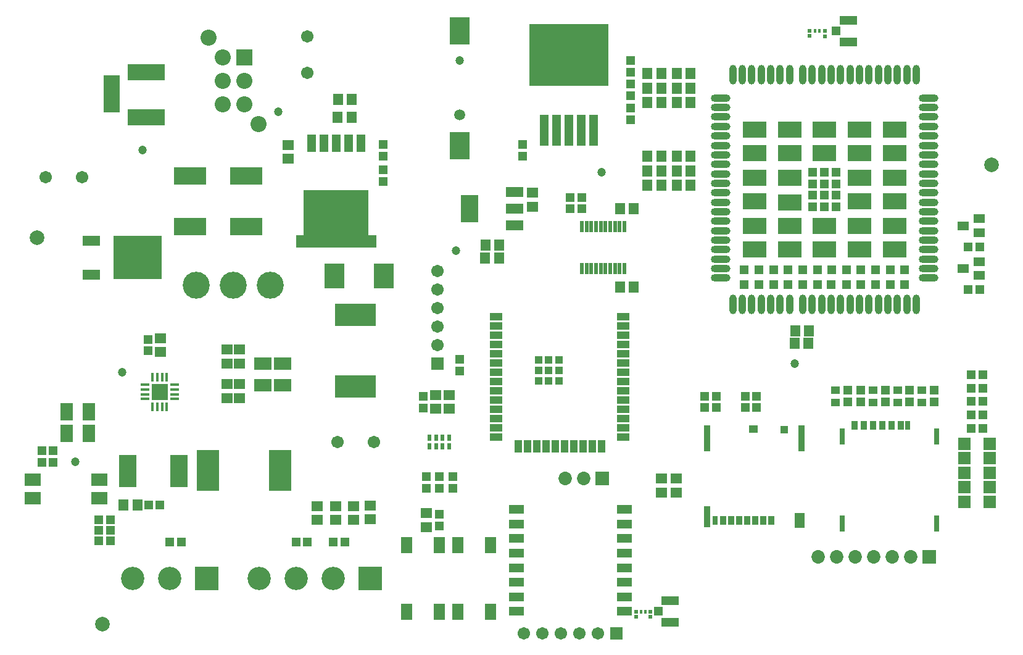
<source format=gts>
G04*
G04 #@! TF.GenerationSoftware,Altium Limited,Altium Designer,24.5.2 (23)*
G04*
G04 Layer_Color=8388736*
%FSLAX25Y25*%
%MOIN*%
G70*
G04*
G04 #@! TF.SameCoordinates,A951430C-DF6E-4BD2-86CD-93E0E7D3D14D*
G04*
G04*
G04 #@! TF.FilePolarity,Negative*
G04*
G01*
G75*
%ADD67R,0.01975X0.01975*%
%ADD68R,0.01778X0.01975*%
%ADD69R,0.05131X0.04737*%
%ADD70R,0.09461X0.04934*%
%ADD71R,0.04934X0.03871*%
%ADD72R,0.04343X0.04461*%
%ADD73R,0.03556X0.13910*%
%ADD74R,0.03780X0.11417*%
%ADD75R,0.05288X0.08005*%
%ADD76R,0.03150X0.04724*%
%ADD77R,0.03556X0.05131*%
%ADD78R,0.05524X0.05918*%
%ADD79C,0.04737*%
%ADD80R,0.06706X0.06706*%
G04:AMPARAMS|DCode=81|XSize=106.42mil|YSize=39.5mil|CornerRadius=19.75mil|HoleSize=0mil|Usage=FLASHONLY|Rotation=90.000|XOffset=0mil|YOffset=0mil|HoleType=Round|Shape=RoundedRectangle|*
%AMROUNDEDRECTD81*
21,1,0.10642,0.00000,0,0,90.0*
21,1,0.06693,0.03950,0,0,90.0*
1,1,0.03950,0.00000,0.03347*
1,1,0.03950,0.00000,-0.03347*
1,1,0.03950,0.00000,-0.03347*
1,1,0.03950,0.00000,0.03347*
%
%ADD81ROUNDEDRECTD81*%
%ADD82R,0.05131X0.05131*%
G04:AMPARAMS|DCode=83|XSize=106.42mil|YSize=39.5mil|CornerRadius=19.75mil|HoleSize=0mil|Usage=FLASHONLY|Rotation=180.000|XOffset=0mil|YOffset=0mil|HoleType=Round|Shape=RoundedRectangle|*
%AMROUNDEDRECTD83*
21,1,0.10642,0.00000,0,0,180.0*
21,1,0.06693,0.03950,0,0,180.0*
1,1,0.03950,-0.03347,0.00000*
1,1,0.03950,0.03347,0.00000*
1,1,0.03950,0.03347,0.00000*
1,1,0.03950,-0.03347,0.00000*
%
%ADD83ROUNDEDRECTD83*%
%ADD84R,0.12611X0.08674*%
%ADD85R,0.04816X0.04501*%
%ADD86R,0.04737X0.04343*%
%ADD87R,0.05918X0.05524*%
%ADD88R,0.11036X0.14973*%
%ADD89R,0.04501X0.04816*%
%ADD90R,0.06312X0.09068*%
%ADD91R,0.06706X0.04343*%
%ADD92R,0.04343X0.06706*%
%ADD93R,0.04343X0.04343*%
%ADD94R,0.02368X0.03550*%
%ADD95R,0.06312X0.04737*%
%ADD96R,0.08477X0.04934*%
%ADD97R,0.05013X0.09304*%
%ADD98R,0.04900X0.16700*%
%ADD99R,0.09461X0.14580*%
%ADD100R,0.09461X0.05524*%
%ADD101R,0.10642X0.13792*%
%ADD102R,0.12217X0.22060*%
%ADD103R,0.06706X0.09461*%
%ADD104R,0.09461X0.06706*%
%ADD105R,0.08661X0.08661*%
%ADD106R,0.05118X0.01575*%
%ADD107R,0.01575X0.05118*%
%ADD108R,0.09461X0.17729*%
%ADD109R,0.09776X0.05524*%
%ADD110R,0.25997X0.23635*%
%ADD111R,0.09068X0.06706*%
G04:AMPARAMS|DCode=112|XSize=61.06mil|YSize=19.72mil|CornerRadius=2.97mil|HoleSize=0mil|Usage=FLASHONLY|Rotation=270.000|XOffset=0mil|YOffset=0mil|HoleType=Round|Shape=RoundedRectangle|*
%AMROUNDEDRECTD112*
21,1,0.06106,0.01378,0,0,270.0*
21,1,0.05512,0.01972,0,0,270.0*
1,1,0.00594,-0.00689,-0.02756*
1,1,0.00594,-0.00689,0.02756*
1,1,0.00594,0.00689,0.02756*
1,1,0.00594,0.00689,-0.02756*
%
%ADD112ROUNDEDRECTD112*%
%ADD113R,0.43100X0.33500*%
%ADD114R,0.22060X0.12217*%
%ADD115R,0.17729X0.09461*%
%ADD116C,0.07874*%
%ADD117R,0.03084X0.09068*%
%ADD118R,0.02795X0.04685*%
%ADD119R,0.03347X0.04842*%
%ADD120R,0.03189X0.04685*%
%ADD121C,0.07296*%
%ADD122R,0.07296X0.07296*%
%ADD123C,0.06706*%
%ADD124R,0.07296X0.07296*%
%ADD125R,0.06706X0.06706*%
%ADD126C,0.05918*%
%ADD127C,0.14580*%
%ADD128R,0.12611X0.12611*%
%ADD129C,0.12611*%
%ADD130R,0.20485X0.08674*%
%ADD131R,0.08674X0.20485*%
%ADD132C,0.08674*%
%ADD133R,0.08674X0.08674*%
G36*
X190753Y246153D02*
X190772Y246150D01*
X191095D01*
Y245827D01*
X191098Y245808D01*
X191102Y245756D01*
Y221747D01*
X194835D01*
X194887Y221744D01*
X194906Y221740D01*
X195228D01*
Y221417D01*
X195232Y221399D01*
X195236Y221346D01*
Y215559D01*
X195232Y215507D01*
X195228Y215488D01*
Y215165D01*
X194906D01*
X194887Y215162D01*
X194835Y215158D01*
X152315D01*
X152263Y215162D01*
X152244Y215165D01*
X151921D01*
Y215488D01*
X151918Y215507D01*
X151914Y215559D01*
Y221346D01*
X151918Y221399D01*
X151921Y221417D01*
Y221740D01*
X152244D01*
X152263Y221744D01*
X152315Y221747D01*
X156048D01*
Y245756D01*
X156051Y245808D01*
X156055Y245827D01*
Y246150D01*
X156378D01*
X156396Y246153D01*
X156449Y246157D01*
X190701D01*
X190753Y246153D01*
D02*
G37*
D67*
X437626Y329279D02*
D03*
Y332035D02*
D03*
X429134Y329331D02*
D03*
Y332087D02*
D03*
X335677Y18590D02*
D03*
Y15834D02*
D03*
X343377Y15834D02*
D03*
Y18590D02*
D03*
D68*
X432185Y332035D02*
D03*
X434744D02*
D03*
X340720Y18590D02*
D03*
X338160D02*
D03*
D69*
X443702Y332034D02*
D03*
X347609Y18631D02*
D03*
D70*
X450198Y326227D02*
D03*
Y337841D02*
D03*
X354105Y24438D02*
D03*
Y12823D02*
D03*
D71*
X398937Y117205D02*
D03*
D72*
X415728Y116909D02*
D03*
D73*
X373799Y112185D02*
D03*
X424823D02*
D03*
D74*
X374114Y69803D02*
D03*
D75*
X423957Y67894D02*
D03*
D76*
X378366Y67835D02*
D03*
D77*
X382697D02*
D03*
X387028D02*
D03*
X391358D02*
D03*
X395689D02*
D03*
X400020D02*
D03*
X404350D02*
D03*
X408681D02*
D03*
D78*
X421205Y163351D02*
D03*
X254134Y216507D02*
D03*
X261614D02*
D03*
X254012Y209578D02*
D03*
X261492D02*
D03*
X326969Y193898D02*
D03*
X334449D02*
D03*
X66227Y76021D02*
D03*
X58746D02*
D03*
X428937Y170276D02*
D03*
X421457D02*
D03*
X334329Y236221D02*
D03*
X326849D02*
D03*
X341732Y264370D02*
D03*
X349213D02*
D03*
X341732Y256496D02*
D03*
X349213D02*
D03*
X341732Y248622D02*
D03*
X349213D02*
D03*
X364961Y248622D02*
D03*
X357480D02*
D03*
X364961Y256496D02*
D03*
X357480D02*
D03*
X364961Y264370D02*
D03*
X357480D02*
D03*
X349213Y293307D02*
D03*
X341732D02*
D03*
X349213Y301181D02*
D03*
X341732D02*
D03*
X349213Y309055D02*
D03*
X341732D02*
D03*
X357480Y309055D02*
D03*
X364961D02*
D03*
X357480Y301181D02*
D03*
X364961D02*
D03*
X357480Y293307D02*
D03*
X364961D02*
D03*
X181962Y295205D02*
D03*
X174481D02*
D03*
X181890Y285433D02*
D03*
X174409D02*
D03*
X428686Y163351D02*
D03*
D79*
X421205Y152400D02*
D03*
X68898Y267717D02*
D03*
X238189Y213583D02*
D03*
X32480Y99410D02*
D03*
X316929Y255906D02*
D03*
X58071Y147638D02*
D03*
X142126Y288386D02*
D03*
X240158Y316122D02*
D03*
D80*
X526575Y109252D02*
D03*
Y101378D02*
D03*
X512795Y109252D02*
D03*
Y101378D02*
D03*
X526575Y93504D02*
D03*
X512795D02*
D03*
X526575Y85630D02*
D03*
X512795D02*
D03*
Y77756D02*
D03*
X526575D02*
D03*
X325071Y6890D02*
D03*
D81*
X425591Y308465D02*
D03*
X430709D02*
D03*
Y184449D02*
D03*
X425591D02*
D03*
X387795Y308465D02*
D03*
X392913D02*
D03*
X398031D02*
D03*
X403150D02*
D03*
X408268D02*
D03*
X413386D02*
D03*
X418504D02*
D03*
X435827D02*
D03*
X440945D02*
D03*
X446063D02*
D03*
X451181D02*
D03*
X456299D02*
D03*
X461417D02*
D03*
X466536D02*
D03*
X471654D02*
D03*
X476772D02*
D03*
X481890D02*
D03*
X487008D02*
D03*
Y184449D02*
D03*
X481890D02*
D03*
X476772D02*
D03*
X471654D02*
D03*
X466536D02*
D03*
X461417D02*
D03*
X456299D02*
D03*
X451181D02*
D03*
X446063D02*
D03*
X440945D02*
D03*
X435827D02*
D03*
X418504D02*
D03*
X413386D02*
D03*
X408268D02*
D03*
X403150D02*
D03*
X398031D02*
D03*
X392913D02*
D03*
X387795D02*
D03*
D82*
X480709Y195276D02*
D03*
X472835D02*
D03*
X464961D02*
D03*
X457087D02*
D03*
X449213D02*
D03*
X440945D02*
D03*
X433465D02*
D03*
X425591D02*
D03*
X417717D02*
D03*
X409842D02*
D03*
X401968D02*
D03*
X394094D02*
D03*
X480709Y203150D02*
D03*
X472835D02*
D03*
X464961D02*
D03*
X457087D02*
D03*
X449213D02*
D03*
X441339D02*
D03*
X433465D02*
D03*
X425591D02*
D03*
X417717D02*
D03*
X409842D02*
D03*
X401968D02*
D03*
X394094D02*
D03*
X443701Y237008D02*
D03*
X437402D02*
D03*
X431102D02*
D03*
X443701Y243307D02*
D03*
X437402D02*
D03*
X431102D02*
D03*
X443701Y249606D02*
D03*
X437402D02*
D03*
X431102D02*
D03*
X443701Y255906D02*
D03*
X437402D02*
D03*
X431102D02*
D03*
D83*
X493504Y198622D02*
D03*
Y203740D02*
D03*
X381299Y198622D02*
D03*
Y203740D02*
D03*
Y208858D02*
D03*
Y213976D02*
D03*
Y219094D02*
D03*
Y224213D02*
D03*
Y229331D02*
D03*
Y234449D02*
D03*
Y239567D02*
D03*
Y244685D02*
D03*
Y249803D02*
D03*
Y254921D02*
D03*
Y260039D02*
D03*
Y265158D02*
D03*
Y270276D02*
D03*
Y275394D02*
D03*
Y280512D02*
D03*
Y285630D02*
D03*
Y290748D02*
D03*
Y295866D02*
D03*
X493504D02*
D03*
Y290748D02*
D03*
Y285630D02*
D03*
Y280512D02*
D03*
Y275394D02*
D03*
Y270276D02*
D03*
Y265158D02*
D03*
Y260039D02*
D03*
Y254921D02*
D03*
Y249803D02*
D03*
Y244685D02*
D03*
Y239567D02*
D03*
Y234449D02*
D03*
Y229331D02*
D03*
Y224213D02*
D03*
Y219094D02*
D03*
Y213976D02*
D03*
Y208858D02*
D03*
D84*
X475197Y214173D02*
D03*
X456299D02*
D03*
X437402D02*
D03*
X418504D02*
D03*
X399606D02*
D03*
X475197Y226772D02*
D03*
X456299D02*
D03*
X437402D02*
D03*
X418504D02*
D03*
X399606D02*
D03*
X475197Y240158D02*
D03*
X456299D02*
D03*
X418504Y239567D02*
D03*
X399606Y240158D02*
D03*
X475197Y252756D02*
D03*
X456299D02*
D03*
X418504D02*
D03*
X399606D02*
D03*
X475197Y266142D02*
D03*
X456299D02*
D03*
X437402D02*
D03*
X418504D02*
D03*
X399606D02*
D03*
X475197Y278740D02*
D03*
X456299D02*
D03*
X437402D02*
D03*
X418504D02*
D03*
X399606D02*
D03*
D85*
X240158Y148465D02*
D03*
Y154685D02*
D03*
X14764Y99252D02*
D03*
Y105473D02*
D03*
X20669D02*
D03*
Y99252D02*
D03*
X229331Y71024D02*
D03*
Y64803D02*
D03*
X222441Y85276D02*
D03*
Y91496D02*
D03*
X229331Y85276D02*
D03*
Y91496D02*
D03*
X236653Y85276D02*
D03*
Y91496D02*
D03*
X220472Y128583D02*
D03*
Y134803D02*
D03*
X71850Y165512D02*
D03*
Y159291D02*
D03*
X274232Y270827D02*
D03*
Y264606D02*
D03*
X332677Y316102D02*
D03*
Y309882D02*
D03*
Y303465D02*
D03*
Y297244D02*
D03*
Y290354D02*
D03*
Y284134D02*
D03*
X198819Y264606D02*
D03*
Y270827D02*
D03*
Y250827D02*
D03*
Y257047D02*
D03*
X496673Y138035D02*
D03*
Y131814D02*
D03*
X483290Y138035D02*
D03*
Y131814D02*
D03*
X470351Y138035D02*
D03*
Y131814D02*
D03*
X450019Y138035D02*
D03*
Y131814D02*
D03*
X456931Y138035D02*
D03*
Y131814D02*
D03*
D86*
X463509Y138271D02*
D03*
Y131578D02*
D03*
X443291Y131578D02*
D03*
Y138271D02*
D03*
X476880Y138271D02*
D03*
Y131578D02*
D03*
X489822Y138271D02*
D03*
Y131578D02*
D03*
D87*
X114556Y141375D02*
D03*
Y133895D02*
D03*
X78740Y158661D02*
D03*
Y166142D02*
D03*
X114556Y152565D02*
D03*
Y160046D02*
D03*
X121446Y141375D02*
D03*
Y133895D02*
D03*
X121446Y152565D02*
D03*
Y160046D02*
D03*
X279528Y244685D02*
D03*
Y237205D02*
D03*
X349409Y90354D02*
D03*
Y82874D02*
D03*
X357283Y90354D02*
D03*
Y82874D02*
D03*
X222441Y71653D02*
D03*
Y64173D02*
D03*
X227362Y135433D02*
D03*
Y127953D02*
D03*
X234685Y135433D02*
D03*
Y127953D02*
D03*
X191929Y75787D02*
D03*
Y68307D02*
D03*
X183071Y75590D02*
D03*
Y68110D02*
D03*
X147638Y262992D02*
D03*
Y270472D02*
D03*
X173228Y68110D02*
D03*
Y75590D02*
D03*
X163386D02*
D03*
Y68110D02*
D03*
D88*
X240158Y270098D02*
D03*
Y332264D02*
D03*
D89*
X522795Y117508D02*
D03*
X516575D02*
D03*
X372716Y134769D02*
D03*
X378937D02*
D03*
X400693Y134769D02*
D03*
X394472D02*
D03*
X372716Y128937D02*
D03*
X378937D02*
D03*
X400693Y128937D02*
D03*
X394472D02*
D03*
X522795Y146465D02*
D03*
X516575D02*
D03*
X522795Y139020D02*
D03*
X516575D02*
D03*
Y124646D02*
D03*
X522795D02*
D03*
Y131972D02*
D03*
X516575D02*
D03*
X83673Y56102D02*
D03*
X89892D02*
D03*
X151813Y56102D02*
D03*
X158031D02*
D03*
X172087D02*
D03*
X178307D02*
D03*
X306298Y242059D02*
D03*
X300077D02*
D03*
X306298Y236221D02*
D03*
X300077D02*
D03*
X521128Y192547D02*
D03*
X514907D02*
D03*
X521128Y215598D02*
D03*
X514907D02*
D03*
X78392Y76021D02*
D03*
X72172D02*
D03*
X45305Y68262D02*
D03*
X51525D02*
D03*
X51525Y62441D02*
D03*
X45305D02*
D03*
X45305Y56619D02*
D03*
X51525D02*
D03*
D90*
X229331Y54331D02*
D03*
X211614D02*
D03*
Y18504D02*
D03*
X229331D02*
D03*
X239173D02*
D03*
X256890D02*
D03*
Y54331D02*
D03*
X239173D02*
D03*
D91*
X259842Y177677D02*
D03*
Y172677D02*
D03*
X259842Y167677D02*
D03*
X259842Y162677D02*
D03*
Y157677D02*
D03*
Y152677D02*
D03*
Y147677D02*
D03*
Y142677D02*
D03*
Y137677D02*
D03*
Y132677D02*
D03*
X259842Y127677D02*
D03*
X259842Y122677D02*
D03*
Y117677D02*
D03*
Y112677D02*
D03*
X328740D02*
D03*
Y117677D02*
D03*
Y122677D02*
D03*
X328740Y127677D02*
D03*
X328740Y132677D02*
D03*
Y137677D02*
D03*
Y142677D02*
D03*
Y147677D02*
D03*
Y152677D02*
D03*
Y157677D02*
D03*
Y162677D02*
D03*
X328740Y167677D02*
D03*
X328740Y172677D02*
D03*
Y177677D02*
D03*
D92*
X271811Y107756D02*
D03*
X276811Y107756D02*
D03*
X281811Y107756D02*
D03*
X286811D02*
D03*
X291811Y107756D02*
D03*
X296811Y107756D02*
D03*
X301811Y107756D02*
D03*
X306811Y107756D02*
D03*
X311811D02*
D03*
X316811Y107756D02*
D03*
D93*
X282874Y154291D02*
D03*
X288386D02*
D03*
X293898D02*
D03*
X282874Y148779D02*
D03*
X288386D02*
D03*
X293898Y148779D02*
D03*
X282874Y143268D02*
D03*
X288386D02*
D03*
X293898D02*
D03*
D94*
X224012Y107677D02*
D03*
X227555D02*
D03*
X231099D02*
D03*
X234642D02*
D03*
Y112401D02*
D03*
X231099D02*
D03*
X227555D02*
D03*
X224012D02*
D03*
D95*
X512402Y203740D02*
D03*
X521063Y207480D02*
D03*
Y200000D02*
D03*
X512402Y226916D02*
D03*
X521063Y230656D02*
D03*
Y223175D02*
D03*
D96*
X270936Y73749D02*
D03*
Y65875D02*
D03*
Y58001D02*
D03*
Y50127D02*
D03*
Y42253D02*
D03*
Y34379D02*
D03*
Y26505D02*
D03*
Y18631D02*
D03*
X329204D02*
D03*
Y26505D02*
D03*
Y34379D02*
D03*
Y42253D02*
D03*
Y50127D02*
D03*
Y58001D02*
D03*
Y65875D02*
D03*
Y73749D02*
D03*
D97*
X186961Y271346D02*
D03*
X180268D02*
D03*
X173575D02*
D03*
X166882D02*
D03*
X160189D02*
D03*
D98*
X292520Y278350D02*
D03*
X285827D02*
D03*
X299213D02*
D03*
X305906D02*
D03*
X312598D02*
D03*
D99*
X245669Y236221D02*
D03*
D100*
X270079Y245276D02*
D03*
Y236221D02*
D03*
Y227165D02*
D03*
D101*
X172638Y199803D02*
D03*
X199409D02*
D03*
D102*
X104264Y94874D02*
D03*
X143241D02*
D03*
D103*
X39835Y126428D02*
D03*
X28024D02*
D03*
X39835Y114618D02*
D03*
X28024D02*
D03*
D104*
X144685Y152559D02*
D03*
Y140748D02*
D03*
X133858Y152559D02*
D03*
Y140748D02*
D03*
D105*
X78209Y137185D02*
D03*
D106*
X70138Y133346D02*
D03*
Y135906D02*
D03*
Y138465D02*
D03*
Y141024D02*
D03*
X86279Y138465D02*
D03*
Y135906D02*
D03*
Y133346D02*
D03*
Y141024D02*
D03*
D107*
X74370Y145256D02*
D03*
X76929D02*
D03*
X79488D02*
D03*
X82047D02*
D03*
Y129114D02*
D03*
X79488D02*
D03*
X76929D02*
D03*
X74370D02*
D03*
D108*
X88583Y94488D02*
D03*
X61024D02*
D03*
D109*
X41417Y200590D02*
D03*
Y218701D02*
D03*
D110*
X66417Y209646D02*
D03*
D111*
X9646Y79646D02*
D03*
Y89646D02*
D03*
X45472D02*
D03*
Y79646D02*
D03*
D112*
X329323Y226522D02*
D03*
X326764D02*
D03*
X324205D02*
D03*
X321646D02*
D03*
X319087D02*
D03*
X316528D02*
D03*
X313969D02*
D03*
X311410D02*
D03*
X308851D02*
D03*
X306292D02*
D03*
Y203688D02*
D03*
X308851D02*
D03*
X311410D02*
D03*
X313969D02*
D03*
X316528D02*
D03*
X319087D02*
D03*
X321646D02*
D03*
X324205D02*
D03*
X326764D02*
D03*
X329323D02*
D03*
D113*
X299213Y319094D02*
D03*
D114*
X184055Y178937D02*
D03*
Y139961D02*
D03*
D115*
X94488Y226378D02*
D03*
Y253937D02*
D03*
X125000Y226378D02*
D03*
Y253937D02*
D03*
D116*
X47244Y11811D02*
D03*
X527559Y259842D02*
D03*
X11811Y220472D02*
D03*
D117*
X446850Y113218D02*
D03*
Y65974D02*
D03*
X498032D02*
D03*
Y113218D02*
D03*
D118*
X482205Y119065D02*
D03*
D119*
X458465D02*
D03*
X468465D02*
D03*
X453465D02*
D03*
X463465D02*
D03*
X473465D02*
D03*
D120*
X478465D02*
D03*
D121*
X297244Y90551D02*
D03*
X307244D02*
D03*
X434055Y48228D02*
D03*
X444055D02*
D03*
X454055D02*
D03*
X464055D02*
D03*
X474055D02*
D03*
X484055D02*
D03*
D122*
X317244Y90551D02*
D03*
D123*
X315071Y6890D02*
D03*
X305071D02*
D03*
X295071D02*
D03*
X285071D02*
D03*
X275071D02*
D03*
X228346Y202402D02*
D03*
Y192402D02*
D03*
Y182402D02*
D03*
Y172402D02*
D03*
Y162402D02*
D03*
X174213Y110236D02*
D03*
X193898D02*
D03*
X157980Y329224D02*
D03*
Y309539D02*
D03*
X16732Y252953D02*
D03*
X36417D02*
D03*
D124*
X494055Y48228D02*
D03*
D125*
X228346Y152402D02*
D03*
D126*
X240158Y286634D02*
D03*
D127*
X98110Y194882D02*
D03*
X118110D02*
D03*
X138110D02*
D03*
D128*
X191890Y36417D02*
D03*
X103661D02*
D03*
D129*
X171890D02*
D03*
X151890D02*
D03*
X131890D02*
D03*
X83661D02*
D03*
X63661D02*
D03*
D130*
X70866Y285433D02*
D03*
Y309842D02*
D03*
D131*
X52362Y298031D02*
D03*
D132*
X104724Y328346D02*
D03*
X131496Y281890D02*
D03*
X112205Y292520D02*
D03*
Y305118D02*
D03*
Y317717D02*
D03*
X124016Y292520D02*
D03*
Y305118D02*
D03*
D133*
Y317717D02*
D03*
M02*

</source>
